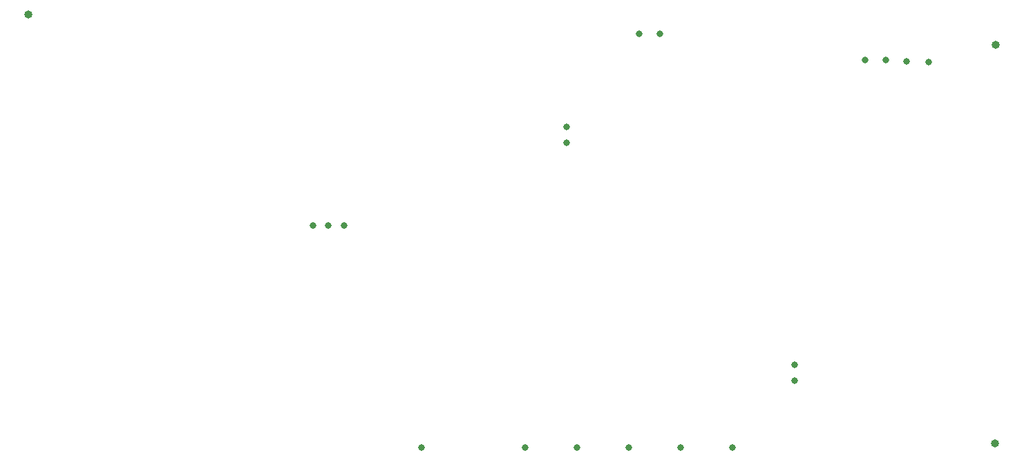
<source format=gbp>
%FSLAX25Y25*%
%MOIN*%
G70*
G01*
G75*
G04 Layer_Color=128*
%ADD10R,0.03500X0.03200*%
%ADD11R,0.03200X0.03000*%
%ADD12R,0.04500X0.05000*%
%ADD13R,0.05000X0.04500*%
%ADD14R,0.03200X0.03500*%
%ADD15R,0.03000X0.03200*%
%ADD16C,0.03200*%
%ADD17R,0.08200X0.11000*%
%ADD18R,0.07000X0.02500*%
%ADD19C,0.01000*%
%ADD20R,0.04000X0.02000*%
%ADD21R,0.08000X0.05500*%
%ADD22R,0.05000X0.04000*%
%ADD23R,0.04500X0.06000*%
%ADD24R,0.07000X0.05000*%
%ADD25R,0.06000X0.06000*%
%ADD26R,0.08500X0.01200*%
%ADD27R,0.08000X0.10000*%
%ADD28R,0.09000X0.03000*%
%ADD29R,0.03000X0.09000*%
%ADD30R,0.04000X0.04000*%
%ADD31R,0.13000X0.04000*%
%ADD32C,0.04000*%
%ADD33R,0.08000X0.13000*%
%ADD34R,0.04000X0.11000*%
%ADD35R,0.01600X0.07000*%
%ADD36R,0.06000X0.01000*%
%ADD37R,0.01000X0.06000*%
%ADD38C,0.02000*%
%ADD39C,0.01500*%
%ADD40C,0.00600*%
%ADD41C,0.03000*%
%ADD42C,0.02500*%
%ADD43C,0.01000*%
%ADD44C,0.01200*%
%ADD45C,0.02400*%
%ADD46C,0.03500*%
%ADD47C,0.13000*%
%ADD48R,0.05500X0.05500*%
%ADD49C,0.05500*%
%ADD50C,0.06000*%
%ADD51R,0.07000X0.07000*%
%ADD52C,0.07000*%
%ADD53O,0.03000X0.06000*%
%ADD54C,0.02400*%
%ADD55C,0.03937*%
%ADD56C,0.00500*%
%ADD57C,0.00800*%
%ADD58C,0.00200*%
%ADD59C,0.00787*%
%ADD60O,0.03937X0.03937*%
%ADD61C,0.03800*%
%ADD62R,0.03900X0.03600*%
%ADD63R,0.03600X0.03400*%
%ADD64R,0.04900X0.05400*%
%ADD65R,0.05400X0.04900*%
%ADD66R,0.03600X0.03900*%
%ADD67R,0.03400X0.03600*%
%ADD68C,0.03600*%
%ADD69R,0.08600X0.11400*%
%ADD70R,0.07400X0.02900*%
%ADD71C,0.01400*%
%ADD72R,0.04400X0.02400*%
%ADD73R,0.08400X0.05900*%
%ADD74R,0.05400X0.04400*%
%ADD75R,0.04900X0.06400*%
%ADD76R,0.07400X0.05400*%
%ADD77R,0.06400X0.06400*%
%ADD78R,0.08900X0.01600*%
%ADD79R,0.08400X0.10400*%
%ADD80R,0.09400X0.03400*%
%ADD81R,0.03400X0.09400*%
%ADD82R,0.04400X0.04400*%
%ADD83R,0.13400X0.04400*%
%ADD84C,0.12000*%
%ADD85R,0.08400X0.13400*%
%ADD86R,0.04400X0.11400*%
%ADD87R,0.02000X0.07400*%
%ADD88R,0.06400X0.01400*%
%ADD89R,0.01400X0.06400*%
%ADD90C,0.13400*%
%ADD91R,0.05900X0.05900*%
%ADD92C,0.05900*%
%ADD93C,0.06400*%
%ADD94R,0.07400X0.07400*%
%ADD95C,0.07400*%
%ADD96O,0.03400X0.06400*%
%ADD97C,0.02800*%
%ADD98C,0.11937*%
%ADD99C,0.14000*%
D16*
X799500Y262500D02*
D03*
X774500D02*
D03*
X824500D02*
D03*
X849500D02*
D03*
X874500D02*
D03*
X724500D02*
D03*
X687000Y370000D02*
D03*
X794500Y417500D02*
D03*
Y410000D02*
D03*
X839500Y462500D02*
D03*
X904500Y302500D02*
D03*
Y295000D02*
D03*
X969000Y449000D02*
D03*
X958400Y449300D02*
D03*
X948500Y449784D02*
D03*
X938500D02*
D03*
X829500Y462500D02*
D03*
X672000Y370000D02*
D03*
X679500D02*
D03*
D60*
X1001200Y264700D02*
D03*
X1001600Y457100D02*
D03*
X534900Y471800D02*
D03*
M02*

</source>
